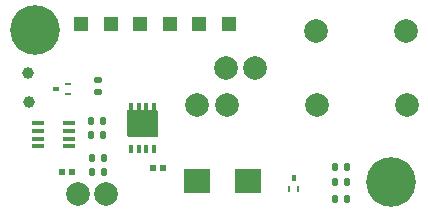
<source format=gbr>
%TF.GenerationSoftware,KiCad,Pcbnew,(5.99.0-10548-gc49af57c2a)*%
%TF.CreationDate,2021-06-24T16:08:38+08:00*%
%TF.ProjectId,facegate-relay-v3-new,66616365-6761-4746-952d-72656c61792d,v01*%
%TF.SameCoordinates,Original*%
%TF.FileFunction,Soldermask,Top*%
%TF.FilePolarity,Negative*%
%FSLAX46Y46*%
G04 Gerber Fmt 4.6, Leading zero omitted, Abs format (unit mm)*
G04 Created by KiCad (PCBNEW (5.99.0-10548-gc49af57c2a)) date 2021-06-24 16:08:38*
%MOMM*%
%LPD*%
G01*
G04 APERTURE LIST*
G04 Aperture macros list*
%AMRoundRect*
0 Rectangle with rounded corners*
0 $1 Rounding radius*
0 $2 $3 $4 $5 $6 $7 $8 $9 X,Y pos of 4 corners*
0 Add a 4 corners polygon primitive as box body*
4,1,4,$2,$3,$4,$5,$6,$7,$8,$9,$2,$3,0*
0 Add four circle primitives for the rounded corners*
1,1,$1+$1,$2,$3*
1,1,$1+$1,$4,$5*
1,1,$1+$1,$6,$7*
1,1,$1+$1,$8,$9*
0 Add four rect primitives between the rounded corners*
20,1,$1+$1,$2,$3,$4,$5,0*
20,1,$1+$1,$4,$5,$6,$7,0*
20,1,$1+$1,$6,$7,$8,$9,0*
20,1,$1+$1,$8,$9,$2,$3,0*%
G04 Aperture macros list end*
%ADD10C,0.100000*%
%ADD11C,2.000000*%
%ADD12RoundRect,0.135000X0.135000X0.185000X-0.135000X0.185000X-0.135000X-0.185000X0.135000X-0.185000X0*%
%ADD13R,0.540000X0.600000*%
%ADD14R,0.270000X0.520000*%
%ADD15R,0.360000X0.520000*%
%ADD16R,0.590000X0.600000*%
%ADD17RoundRect,0.135000X-0.135000X-0.185000X0.135000X-0.185000X0.135000X0.185000X-0.135000X0.185000X0*%
%ADD18RoundRect,0.135000X-0.185000X0.135000X-0.185000X-0.135000X0.185000X-0.135000X0.185000X0.135000X0*%
%ADD19R,2.300000X2.100000*%
%ADD20RoundRect,0.147500X-0.147500X-0.172500X0.147500X-0.172500X0.147500X0.172500X-0.147500X0.172500X0*%
%ADD21C,1.000000*%
%ADD22R,0.520000X0.270000*%
%ADD23R,0.520000X0.360000*%
%ADD24R,0.381000X0.660400*%
%ADD25R,2.600000X2.200000*%
%ADD26R,1.050000X0.450000*%
%ADD27R,1.240000X1.240000*%
%ADD28C,4.200000*%
G04 APERTURE END LIST*
D10*
%TO.C,U1*%
X104244600Y-67852149D02*
X104244600Y-69960349D01*
X104244600Y-69960349D02*
X101755400Y-69960349D01*
X101755400Y-69960349D02*
X101755400Y-67852149D01*
X101755400Y-67852149D02*
X104244600Y-67852149D01*
G36*
X104244600Y-69960349D02*
G01*
X101755400Y-69960349D01*
X101755400Y-67852149D01*
X104244600Y-67852149D01*
X104244600Y-69960349D01*
G37*
X104244600Y-69960349D02*
X101755400Y-69960349D01*
X101755400Y-67852149D01*
X104244600Y-67852149D01*
X104244600Y-69960349D01*
%TD*%
D11*
%TO.C,NO*%
X117700000Y-61100000D03*
X125300000Y-61100000D03*
%TD*%
D12*
%TO.C,R4*%
X99720000Y-73080000D03*
X98700000Y-73080000D03*
%TD*%
D13*
%TO.C,C2*%
X97032000Y-73000000D03*
X96168000Y-73000000D03*
%TD*%
D11*
%TO.C,K1*%
X107575100Y-67330000D03*
X110115100Y-67330000D03*
X117735100Y-67330000D03*
X125355100Y-67330000D03*
%TD*%
D14*
%TO.C,Q1*%
X115400000Y-74490000D03*
X116200000Y-74490000D03*
D15*
X115800000Y-73510000D03*
%TD*%
D16*
%TO.C,C1*%
X104707000Y-72700000D03*
X103893000Y-72700000D03*
%TD*%
D17*
%TO.C,R5*%
X98612305Y-68700000D03*
X99632305Y-68700000D03*
%TD*%
D18*
%TO.C,R7*%
X99200000Y-65290000D03*
X99200000Y-66310000D03*
%TD*%
D19*
%TO.C,D1*%
X111950000Y-73800000D03*
X107650000Y-73800000D03*
%TD*%
D17*
%TO.C,R6*%
X98690000Y-71880000D03*
X99710000Y-71880000D03*
%TD*%
D20*
%TO.C,L1*%
X120285000Y-73900000D03*
X119315000Y-73900000D03*
%TD*%
D21*
%TO.C,PB*%
X93350000Y-67100000D03*
%TD*%
D11*
%TO.C,J-VIN*%
X110050000Y-64250000D03*
%TD*%
D22*
%TO.C,Q2*%
X96690000Y-66400000D03*
X96690000Y-65600000D03*
D23*
X95710000Y-66000000D03*
%TD*%
D24*
%TO.C,U1*%
X102025001Y-71078000D03*
X102674999Y-71078000D03*
X103325001Y-71078000D03*
X103974999Y-71078000D03*
X103974999Y-67522000D03*
X103325001Y-67522000D03*
X102674999Y-67522000D03*
X102025001Y-67522000D03*
D25*
X103000000Y-68900000D03*
%TD*%
D26*
%TO.C,IC1*%
X94142305Y-68925000D03*
X94142305Y-69575000D03*
X94142305Y-70225000D03*
X94142305Y-70875000D03*
X96742305Y-70875000D03*
X96742305Y-70225000D03*
X96742305Y-69575000D03*
X96742305Y-68925000D03*
%TD*%
D27*
%TO.C,KILL*%
X100300000Y-60500000D03*
%TD*%
D12*
%TO.C,R2*%
X119290000Y-75300000D03*
X120310000Y-75300000D03*
%TD*%
D27*
%TO.C,LED*%
X97800000Y-60500000D03*
%TD*%
%TO.C,3.3V*%
X102800000Y-60500000D03*
%TD*%
D17*
%TO.C,R3*%
X98622305Y-69900000D03*
X99642305Y-69900000D03*
%TD*%
D11*
%TO.C,5V-IN*%
X99900000Y-74900000D03*
%TD*%
D21*
%TO.C,LED*%
X93300000Y-64700000D03*
%TD*%
D28*
%TO.C,M2*%
X124000000Y-73900000D03*
%TD*%
D27*
%TO.C,INT*%
X105300000Y-60500000D03*
%TD*%
D11*
%TO.C,5V-GND*%
X97500000Y-74900000D03*
%TD*%
D17*
%TO.C,R1*%
X119290000Y-72600000D03*
X120310000Y-72600000D03*
%TD*%
D27*
%TO.C,R-IN*%
X110300000Y-60500000D03*
%TD*%
D11*
%TO.C,GND*%
X112500000Y-64200000D03*
%TD*%
D28*
%TO.C,M2*%
X93900000Y-61000000D03*
%TD*%
D27*
%TO.C,5V*%
X107800000Y-60500000D03*
%TD*%
M02*

</source>
